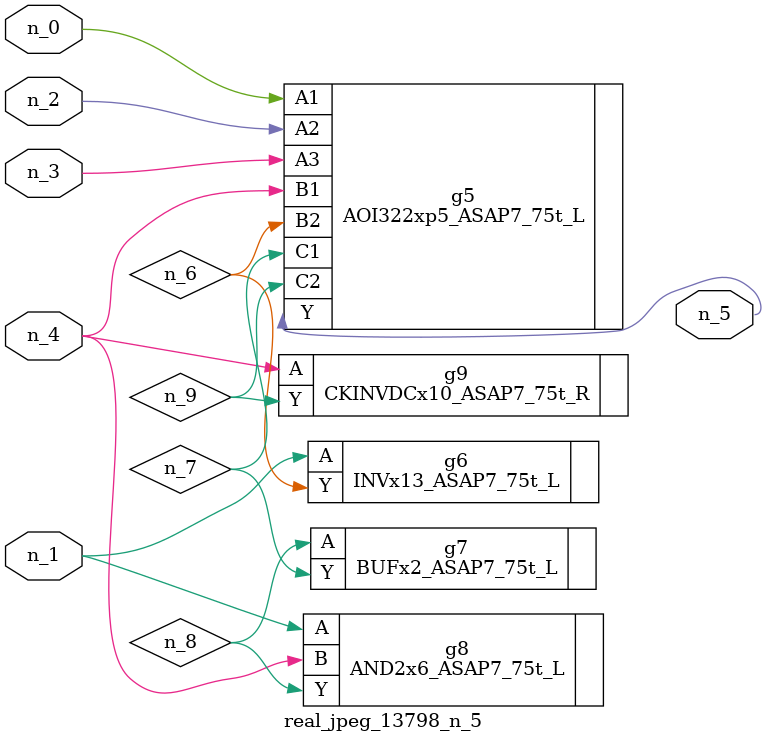
<source format=v>
module real_jpeg_13798_n_5 (n_4, n_0, n_1, n_2, n_3, n_5);

input n_4;
input n_0;
input n_1;
input n_2;
input n_3;

output n_5;

wire n_8;
wire n_6;
wire n_7;
wire n_9;

AOI322xp5_ASAP7_75t_L g5 ( 
.A1(n_0),
.A2(n_2),
.A3(n_3),
.B1(n_4),
.B2(n_6),
.C1(n_7),
.C2(n_9),
.Y(n_5)
);

INVx13_ASAP7_75t_L g6 ( 
.A(n_1),
.Y(n_6)
);

AND2x6_ASAP7_75t_L g8 ( 
.A(n_1),
.B(n_4),
.Y(n_8)
);

CKINVDCx10_ASAP7_75t_R g9 ( 
.A(n_4),
.Y(n_9)
);

BUFx2_ASAP7_75t_L g7 ( 
.A(n_8),
.Y(n_7)
);


endmodule
</source>
